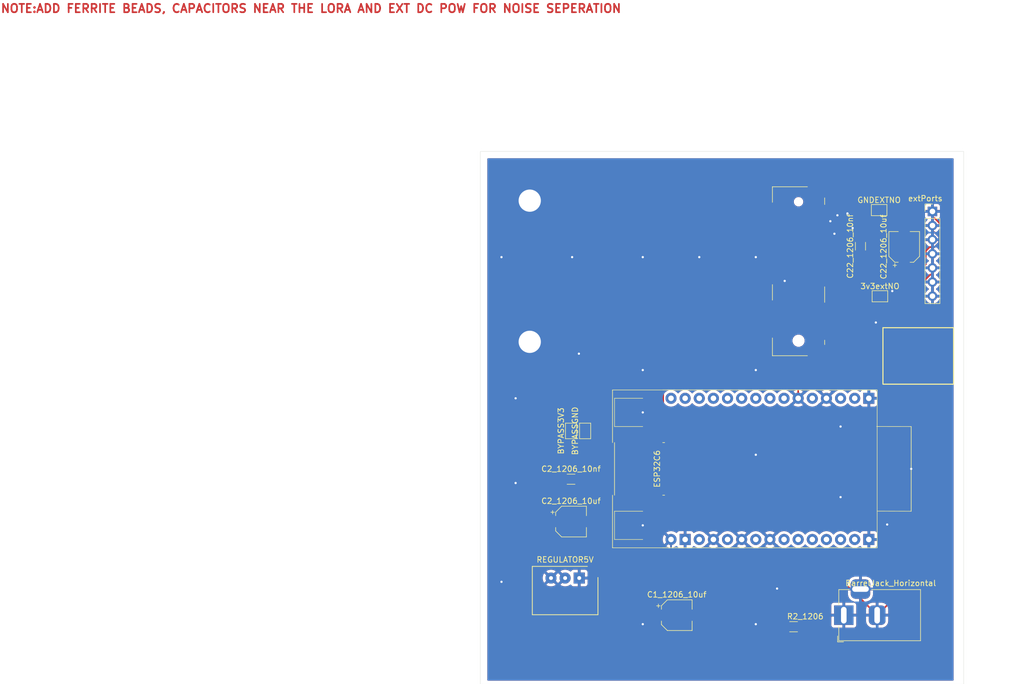
<source format=kicad_pcb>
(kicad_pcb (version 20241229) (generator "pcbnew") (generator_version "9.0")
  (layers (0 "F.Cu" signal) (2 "B.Cu" signal) (13 "F.Paste" user) (15 "B.Paste" user) (5 "F.SilkS" user "F.Silkscreen") (7 "B.SilkS" user "B.Silkscreen") (1 "F.Mask" user) (3 "B.Mask" user) (25 "Edge.Cuts" user))
  (net 0 "")
  (net 1 "GND")
  (net 2 "SDA")
  (net 3 "SCL")
  (net 4 "1PPS")
  (net 5 "DI4")
  (net 6 "DI3")
  (net 7 "3V3_2")
  (net 8 "5V_2")
  (net 9 "DI2")
  (net 10 "DI1")
  (net 11 "DI0")
  (footprint "Connector_PinHeader_2.54mm:PinHeader_1x07_P2.54mm_Vertical" (layer "F.Cu") (at 186.7 75.6)
    (property "Reference" "extPorts" (at -1.28 -2.33 0) (layer "F.SilkS"))
    (property "Value" "PinHeader_1x07_P2.54mm_Vertical")
    (fp_line (start -1.33 -1.33) (end 0 -1.33) (stroke (width 0.12)) (layer "F.SilkS"))
    (fp_line (start -1.33 0) (end -1.33 -1.33) (stroke (width 0.12)) (layer "F.SilkS"))
    (fp_line (start -1.33 1.27) (end -1.33 16.57) (stroke (width 0.12)) (layer "F.SilkS"))
    (fp_line (start -1.33 1.27) (end 1.33 1.27) (stroke (width 0.12)) (layer "F.SilkS"))
    (fp_line (start -1.33 16.57) (end 1.33 16.57) (stroke (width 0.12)) (layer "F.SilkS"))
    (fp_line (start 1.33 1.27) (end 1.33 16.57) (stroke (width 0.12)) (layer "F.SilkS"))
    (pad "1" thru_hole rect (at 0 0) (size 1.7 1.7) (drill 1) (layers "*.Cu" "*.Mask") (net 1 "GND"))
    (pad "2" thru_hole oval (at 0 2.54) (size 1.7 1.7) (drill 1) (layers "*.Cu" "*.Mask") (net 1 "GND"))
    (pad "3" thru_hole oval (at 0 5.08) (size 1.7 1.7) (drill 1) (layers "*.Cu" "*.Mask") (net 1 "GND"))
    (pad "4" thru_hole oval (at 0 7.62) (size 1.7 1.7) (drill 1) (layers "*.Cu" "*.Mask") (net 1 "GND"))
    (pad "5" thru_hole oval (at 0 10.16) (size 1.7 1.7) (drill 1) (layers "*.Cu" "*.Mask") (net 1 "GND"))
    (pad "6" thru_hole oval (at 0 12.7) (size 1.7 1.7) (drill 1) (layers "*.Cu" "*.Mask") (net 1 "GND"))
    (pad "7" thru_hole oval (at 0 15.24) (size 1.7 1.7) (drill 1) (layers "*.Cu" "*.Mask") (net 1 "GND"))
  )
  (footprint "NetTie:NetTie-2_SMD_Pad0.5mm" (layer "F.Cu") (at 176.54 72.32 -90)
    (property "Reference" "oi" (hide yes))
    (property "Value" "NetTie-2_SMD_Pad0.5mm" (hide yes))
    (fp_poly (pts (xy -0.5 -0.25) (xy 0.5 -0.25) (xy 0.5 0.25) (xy -0.5 0.25)) (fill yes) (layer "F.Cu"))
    (pad "1" smd circle (at -0.5 0 270) (size 0.5 0.5) (layers "F.Cu") (net 1 "GND"))
    (pad "2" smd circle (at 0.5 0 270) (size 0.5 0.5) (layers "F.Cu") (net 1 "GND"))
  )
  (footprint "NetTie:NetTie-2_SMD_Pad0.5mm" (layer "F.Cu") (at 176.26 151.24)
    (property "Reference" "ai" (hide yes))
    (property "Value" "NetTie-2_SMD_Pad0.5mm" (hide yes))
    (fp_poly (pts (xy -0.5 -0.25) (xy 0.5 -0.25) (xy 0.5 0.25) (xy -0.5 0.25)) (fill yes) (layer "F.Cu"))
    (pad "1" smd circle (at -0.5 0) (size 0.5 0.5) (layers "F.Cu") (net 1 "GND"))
    (pad "2" smd circle (at 0.5 0) (size 0.5 0.5) (layers "F.Cu") (net 1 "GND"))
  )
  (footprint "Jumper:SolderJumper-2_P1.3mm_Bridged_Pad1.0x1.5mm" (layer "F.Cu") (at 124.26 115.09 90)
    (property "Reference" "BYPASSGND" (at 0 -1.8 90) (layer "F.SilkS"))
    (property "Value" "SolderJumper-2_P1.3mm_Bridged_Pad1.0x1.5mm")
    (fp_poly (pts (xy -0.25 -0.3) (xy 0.25 -0.3) (xy 0.25 0.3) (xy -0.25 0.3)) (fill yes) (layer "F.Cu"))
    (fp_line (start 1.4 -1) (end 1.4 1) (stroke (width 0.12)) (layer "F.SilkS"))
    (fp_line (start -1.4 -1) (end 1.4 -1) (stroke (width 0.12)) (layer "F.SilkS"))
    (fp_line (start 1.4 1) (end -1.4 1) (stroke (width 0.12)) (layer "F.SilkS"))
    (fp_line (start -1.4 1) (end -1.4 -1) (stroke (width 0.12)) (layer "F.SilkS"))
    (pad "1" smd rect (at -0.65 0 90) (size 1 1.5) (layers "F.Cu" "F.Mask") (net 1 "GND"))
    (pad "2" smd rect (at 0.65 0 90) (size 1 1.5) (layers "F.Cu" "F.Mask") (net 1 "GND"))
  )
  (footprint "Connector_BarrelJack:BarrelJack_Horizontal" (layer "F.Cu") (at 170.76 148.24 180)
    (property "Reference" "BarrelJack_Horizontal" (at -8.45 5.75 0) (layer "F.SilkS"))
    (property "Value" "BarrelJack_Horizontal")
    (fp_line (start 1.1 -3.75) (end 1.1 -4.8) (stroke (width 0.12)) (layer "F.SilkS"))
    (fp_line (start 0.9 4.6) (end -1 4.6) (stroke (width 0.12)) (layer "F.SilkS"))
    (fp_line (start 0.9 1.9) (end 0.9 4.6) (stroke (width 0.12)) (layer "F.SilkS"))
    (fp_line (start 0.9 -4.6) (end 0.9 -2) (stroke (width 0.12)) (layer "F.SilkS"))
    (fp_line (start 0.05 -4.8) (end 1.1 -4.8) (stroke (width 0.12)) (layer "F.SilkS"))
    (fp_line (start -5 4.6) (end -13.8 4.6) (stroke (width 0.12)) (layer "F.SilkS"))
    (fp_line (start -13.8 4.6) (end -13.8 -4.6) (stroke (width 0.12)) (layer "F.SilkS"))
    (fp_line (start -13.8 -4.6) (end 0.9 -4.6) (stroke (width 0.12)) (layer "F.SilkS"))
    (pad "1" thru_hole rect (at 0 0 180) (size 3.5 3.5) (drill oval 1 3) (layers "*.Cu" "*.Mask") (net 1 "GND"))
    (pad "2" thru_hole roundrect (at -6 0 180) (size 3 3.5) (drill oval 1 3) (layers "*.Cu" "*.Mask") (net 1 "GND"))
    (pad "3" thru_hole roundrect (at -3 4.7 180) (size 3.5 3.5) (drill oval 3 1) (layers "*.Cu" "*.Mask") (net 1 "GND"))
  )
  (footprint "Jumper:SolderJumper-2_P1.3mm_Open_Pad1.0x1.5mm" (layer "F.Cu") (at 177.11 75.36)
    (property "Reference" "GNDEXTNO" (at 0 -1.8 0) (layer "F.SilkS"))
    (property "Value" "SolderJumper-2_P1.3mm_Open_Pad1.0x1.5mm")
    (fp_line (start -1.4 -1) (end 1.4 -1) (stroke (width 0.12)) (layer "F.SilkS"))
    (fp_line (start -1.4 1) (end -1.4 -1) (stroke (width 0.12)) (layer "F.SilkS"))
    (fp_line (start 1.4 -1) (end 1.4 1) (stroke (width 0.12)) (layer "F.SilkS"))
    (fp_line (start 1.4 1) (end -1.4 1) (stroke (width 0.12)) (layer "F.SilkS"))
    (pad "1" smd rect (at -0.65 0) (size 1 1.5) (layers "F.Cu" "F.Mask") (net 1 "GND"))
    (pad "2" smd rect (at 0.65 0) (size 1 1.5) (layers "F.Cu" "F.Mask") (net 1 "GND"))
  )
  (footprint "Jumper:SolderJumper-2_P1.3mm_Open_Pad1.0x1.5mm" (layer "F.Cu") (at 177.26 90.86)
    (property "Reference" "3v3extNO" (at 0 -1.8 0) (layer "F.SilkS"))
    (property "Value" "SolderJumper-2_P1.3mm_Open_Pad1.0x1.5mm")
    (fp_line (start -1.4 -1) (end 1.4 -1) (stroke (width 0.12)) (layer "F.SilkS"))
    (fp_line (start -1.4 1) (end -1.4 -1) (stroke (width 0.12)) (layer "F.SilkS"))
    (fp_line (start 1.4 -1) (end 1.4 1) (stroke (width 0.12)) (layer "F.SilkS"))
    (fp_line (start 1.4 1) (end -1.4 1) (stroke (width 0.12)) (layer "F.SilkS"))
    (pad "1" smd rect (at -0.65 0) (size 1 1.5) (layers "F.Cu" "F.Mask") (net 1 "GND"))
    (pad "2" smd rect (at 0.65 0) (size 1 1.5) (layers "F.Cu" "F.Mask") (net 1 "GND"))
  )
  (footprint "Connector_PCBEdge:BUS_PCI_Express_Mini_Dual" (layer "F.Cu") (at 162.625 86.36 90)
    (property "Reference" "BUS_PCI_Express_Mini_Dual" (hide yes))
    (property "Value" "BUS_PCI_Express_Mini_Dual")
    (fp_line (start 12.4 -4.7) (end 15.2 -4.7) (stroke (width 0.12)) (layer "F.SilkS"))
    (fp_line (start -5.2 -4.7) (end -2.4 -4.7) (stroke (width 0.12)) (layer "F.SilkS"))
    (fp_line (start -12 -4.7) (end -15.2 -4.7) (stroke (width 0.12)) (layer "F.SilkS"))
    (fp_line (start -15.2 -4.7) (end -15.2 1.6) (stroke (width 0.12)) (layer "F.SilkS"))
    (fp_line (start 15.2 1.6) (end 15.2 -4.7) (stroke (width 0.12)) (layer "F.SilkS"))
    (fp_line (start 12 4.7) (end 13.2 4.7) (stroke (width 0.12)) (layer "F.SilkS"))
    (fp_line (start -5.6 4.7) (end -2.8 4.7) (stroke (width 0.12)) (layer "F.SilkS"))
    (fp_line (start -13.2 4.7) (end -12.4 4.7) (stroke (width 0.12)) (layer "F.SilkS"))
    (pad "" np_thru_hole circle (at -12.5 0 90) (size 1.6 1.6) (drill 1.6) (layers "*.Cu" "*.Mask"))
    (pad "" np_thru_hole circle (at 12.5 0 90) (size 1.1 1.1) (drill 1.1) (layers "*.Cu" "*.Mask"))
    (pad "1" smd rect (at -11.8 4.1 90) (size 0.6 2) (layers "F.Cu" "F.Mask" "F.Paste"))
    (pad "2" smd rect (at -11.4 -4.1 90) (size 0.6 2) (layers "F.Cu" "F.Mask" "F.Paste"))
    (pad "3" smd rect (at -11 4.1 90) (size 0.6 2) (layers "F.Cu" "F.Mask" "F.Paste"))
    (pad "4" smd rect (at -10.6 -4.1 90) (size 0.6 2) (layers "F.Cu" "F.Mask" "F.Paste"))
    (pad "5" smd rect (at -10.2 4.1 90) (size 0.6 2) (layers "F.Cu" "F.Mask" "F.Paste"))
    (pad "6" smd rect (at -9.8 -4.1 90) (size 0.6 2) (layers "F.Cu" "F.Mask" "F.Paste"))
    (pad "7" smd rect (at -9.4 4.1 90) (size 0.6 2) (layers "F.Cu" "F.Mask" "F.Paste"))
    (pad "8" smd rect (at -9 -4.1 90) (size 0.6 2) (layers "F.Cu" "F.Mask" "F.Paste"))
    (pad "9" smd rect (at -8.6 4.1 90) (size 0.6 2) (layers "F.Cu" "F.Mask" "F.Paste"))
    (pad "10" smd rect (at -8.2 -4.1 90) (size 0.6 2) (layers "F.Cu" "F.Mask" "F.Paste"))
    (pad "11" smd rect (at -7.8 4.1 90) (size 0.6 2) (layers "F.Cu" "F.Mask" "F.Paste"))
    (pad "12" smd rect (at -7.4 -4.1 90) (size 0.6 2) (layers "F.Cu" "F.Mask" "F.Paste"))
    (pad "13" smd rect (at -7 4.1 90) (size 0.6 2) (layers "F.Cu" "F.Mask" "F.Paste"))
    (pad "14" smd rect (at -6.6 -4.1 90) (size 0.6 2) (layers "F.Cu" "F.Mask" "F.Paste"))
    (pad "15" smd rect (at -6.2 4.1 90) (size 0.6 2) (layers "F.Cu" "F.Mask" "F.Paste"))
    (pad "16" smd rect (at -5.8 -4.1 90) (size 0.6 2) (layers "F.Cu" "F.Mask" "F.Paste"))
    (pad "17" smd rect (at -2.2 4.1 90) (size 0.6 2) (layers "F.Cu" "F.Mask" "F.Paste"))
    (pad "18" smd rect (at -1.8 -4.1 90) (size 0.6 2) (layers "F.Cu" "F.Mask" "F.Paste"))
    (pad "19" smd rect (at -1.4 4.1 90) (size 0.6 2) (layers "F.Cu" "F.Mask" "F.Paste") (net 4 "1PPS"))
    (pad "20" smd rect (at -1 -4.1 90) (size 0.6 2) (layers "F.Cu" "F.Mask" "F.Paste"))
    (pad "21" smd rect (at -0.6 4.1 90) (size 0.6 2) (layers "F.Cu" "F.Mask" "F.Paste"))
    (pad "22" smd rect (at -0.2 -4.1 90) (size 0.6 2) (layers "F.Cu" "F.Mask" "F.Paste") (net 1 "GND"))
    (pad "23" smd rect (at 0.2 4.1 90) (size 0.6 2) (layers "F.Cu" "F.Mask" "F.Paste"))
    (pad "24" smd rect (at 0.6 -4.1 90) (size 0.6 2) (layers "F.Cu" "F.Mask" "F.Paste"))
    (pad "25" smd rect (at 1 4.1 90) (size 0.6 2) (layers "F.Cu" "F.Mask" "F.Paste"))
    (pad "26" smd rect (at 1.4 -4.1 90) (size 0.6 2) (layers "F.Cu" "F.Mask" "F.Paste"))
    (pad "27" smd rect (at 1.8 4.1 90) (size 0.6 2) (layers "F.Cu" "F.Mask" "F.Paste"))
    (pad "28" smd rect (at 2.2 -4.1 90) (size 0.6 2) (layers "F.Cu" "F.Mask" "F.Paste"))
    (pad "29" smd rect (at 2.6 4.1 90) (size 0.6 2) (layers "F.Cu" "F.Mask" "F.Paste"))
    (pad "30" smd rect (at 3 -4.1 90) (size 0.6 2) (layers "F.Cu" "F.Mask" "F.Paste") (net 3 "SCL"))
    (pad "31" smd rect (at 3.4 4.1 90) (size 0.6 2) (layers "F.Cu" "F.Mask" "F.Paste"))
    (pad "32" smd rect (at 3.8 -4.1 90) (size 0.6 2) (layers "F.Cu" "F.Mask" "F.Paste") (net 2 "SDA"))
    (pad "33" smd rect (at 4.2 4.1 90) (size 0.6 2) (layers "F.Cu" "F.Mask" "F.Paste"))
    (pad "34" smd rect (at 4.6 -4.1 90) (size 0.6 2) (layers "F.Cu" "F.Mask" "F.Paste"))
    (pad "35" smd rect (at 5 4.1 90) (size 0.6 2) (layers "F.Cu" "F.Mask" "F.Paste"))
    (pad "36" smd rect (at 5.4 -4.1 90) (size 0.6 2) (layers "F.Cu" "F.Mask" "F.Paste"))
    (pad "37" smd rect (at 5.8 4.1 90) (size 0.6 2) (layers "F.Cu" "F.Mask" "F.Paste"))
    (pad "38" smd rect (at 6.2 -4.1 90) (size 0.6 2) (layers "F.Cu" "F.Mask" "F.Paste"))
    (pad "39" smd rect (at 6.6 4.1 90) (size 0.6 2) (layers "F.Cu" "F.Mask" "F.Paste"))
    (pad "40" smd rect (at 7 -4.1 90) (size 0.6 2) (layers "F.Cu" "F.Mask" "F.Paste"))
    (pad "41" smd rect (at 7.4 4.1 90) (size 0.6 2) (layers "F.Cu" "F.Mask" "F.Paste") (net 1 "GND"))
    (pad "42" smd rect (at 7.8 -4.1 90) (size 0.6 2) (layers "F.Cu" "F.Mask" "F.Paste"))
    (pad "43" smd rect (at 8.2 4.1 90) (size 0.6 2) (layers "F.Cu" "F.Mask" "F.Paste") (net 1 "GND"))
    (pad "44" smd rect (at 8.6 -4.1 90) (size 0.6 2) (layers "F.Cu" "F.Mask" "F.Paste"))
    (pad "45" smd rect (at 9 4.1 90) (size 0.6 2) (layers "F.Cu" "F.Mask" "F.Paste") (net 1 "GND"))
    (pad "46" smd rect (at 9.4 -4.1 90) (size 0.6 2) (layers "F.Cu" "F.Mask" "F.Paste"))
    (pad "47" smd rect (at 9.8 4.1 90) (size 0.6 2) (layers "F.Cu" "F.Mask" "F.Paste") (net 1 "GND"))
    (pad "48" smd rect (at 10.2 -4.1 90) (size 0.6 2) (layers "F.Cu" "F.Mask" "F.Paste"))
    (pad "49" smd rect (at 10.6 4.1 90) (size 0.6 2) (layers "F.Cu" "F.Mask" "F.Paste") (net 1 "GND"))
    (pad "50" smd rect (at 11 -4.1 90) (size 0.6 2) (layers "F.Cu" "F.Mask" "F.Paste") (net 1 "GND"))
    (pad "51" smd rect (at 11.4 4.1 90) (size 0.6 2) (layers "F.Cu" "F.Mask" "F.Paste") (net 1 "GND"))
    (pad "52" smd rect (at 11.8 -4.1 90) (size 0.6 2) (layers "F.Cu" "F.Mask" "F.Paste"))
    (pad "MP" smd rect (at -14.65 3.5 90) (size 2.3 3.2) (layers "F.Cu" "F.Mask" "F.Paste"))
    (pad "MP" smd rect (at 14.65 3.5 90) (size 2.3 3.2) (layers "F.Cu" "F.Mask" "F.Paste"))
  )
  (footprint "Capacitor_SMD:C_1206_3216Metric" (layer "F.Cu") (at 173.76 81.86 90)
    (property "Reference" "C22_1206_10nf" (at 0 -1.85 90) (layer "F.SilkS"))
    (property "Value" "C3_1206_100nf")
    (fp_line (start -0.711252 -0.91) (end 0.711252 -0.91) (stroke (width 0.12)) (layer "F.SilkS"))
    (fp_line (start -0.711252 0.91) (end 0.711252 0.91) (stroke (width 0.12)) (layer "F.SilkS"))
    (pad "1" smd roundrect (at -1.475 0 90) (size 1.15 1.8) (layers "F.Cu" "F.Mask" "F.Paste") (roundrect_rratio 0.217391) (net 1 "GND"))
    (pad "2" smd roundrect (at 1.475 0 90) (size 1.15 1.8) (layers "F.Cu" "F.Mask" "F.Paste") (roundrect_rratio 0.217391) (net 1 "GND"))
  )
  (footprint "Capacitor_SMD:C_1206_3216Metric" (layer "F.Cu") (at 121.725 123.78)
    (property "Reference" "C2_1206_10nf" (at 0 -1.85 0) (layer "F.SilkS"))
    (property "Value" "C3_1206_100nf")
    (fp_line (start -0.711252 -0.91) (end 0.711252 -0.91) (stroke (width 0.12)) (layer "F.SilkS"))
    (fp_line (start -0.711252 0.91) (end 0.711252 0.91) (stroke (width 0.12)) (layer "F.SilkS"))
    (pad "1" smd roundrect (at -1.475 0) (size 1.15 1.8) (layers "F.Cu" "F.Mask" "F.Paste") (roundrect_rratio 0.217391) (net 1 "GND"))
    (pad "2" smd roundrect (at 1.475 0) (size 1.15 1.8) (layers "F.Cu" "F.Mask" "F.Paste") (roundrect_rratio 0.217391) (net 1 "GND"))
  )
  (footprint "Capacitor_SMD:CP_Elec_5x3" (layer "F.Cu") (at 140.735 148.24)
    (property "Reference" "C1_1206_10uf" (at 0 -3.7 0) (layer "F.SilkS"))
    (property "Value" "C1_1206_10uf")
    (fp_line (start -3.625 -1.685) (end -3 -1.685) (stroke (width 0.12)) (layer "F.SilkS"))
    (fp_line (start -3.3125 -1.9975) (end -3.3125 -1.3725) (stroke (width 0.12)) (layer "F.SilkS"))
    (fp_line (start -2.76 -1.695563) (end -2.76 -1.06) (stroke (width 0.12)) (layer "F.SilkS"))
    (fp_line (start -2.76 -1.695563) (end -1.695563 -2.76) (stroke (width 0.12)) (layer "F.SilkS"))
    (fp_line (start -2.76 1.695563) (end -2.76 1.06) (stroke (width 0.12)) (layer "F.SilkS"))
    (fp_line (start -2.76 1.695563) (end -1.695563 2.76) (stroke (width 0.12)) (layer "F.SilkS"))
    (fp_line (start -1.695563 -2.76) (end 2.76 -2.76) (stroke (width 0.12)) (layer "F.SilkS"))
    (fp_line (start -1.695563 2.76) (end 2.76 2.76) (stroke (width 0.12)) (layer "F.SilkS"))
    (fp_line (start 2.76 -2.76) (end 2.76 -1.06) (stroke (width 0.12)) (layer "F.SilkS"))
    (fp_line (start 2.76 2.76) (end 2.76 1.06) (stroke (width 0.12)) (layer "F.SilkS"))
    (pad "1" smd roundrect (at -2.2 0) (size 3 1.6) (layers "F.Cu" "F.Mask" "F.Paste") (roundrect_rratio 0.15625) (net 1 "GND"))
    (pad "2" smd roundrect (at 2.2 0) (size 3 1.6) (layers "F.Cu" "F.Mask" "F.Paste") (roundrect_rratio 0.15625) (net 1 "GND"))
  )
  (footprint "Capacitor_SMD:CP_Elec_5x3" (layer "F.Cu") (at 121.725 131.4)
    (property "Reference" "C2_1206_10uf" (at 0 -3.7 0) (layer "F.SilkS"))
    (property "Value" "C2_1206_10uf")
    (fp_line (start -3.625 -1.685) (end -3 -1.685) (stroke (width 0.12)) (layer "F.SilkS"))
    (fp_line (start -3.3125 -1.9975) (end -3.3125 -1.3725) (stroke (width 0.12)) (layer "F.SilkS"))
    (fp_line (start -2.76 -1.695563) (end -2.76 -1.06) (stroke (width 0.12)) (layer "F.SilkS"))
    (fp_line (start -2.76 -1.695563) (end -1.695563 -2.76) (stroke (width 0.12)) (layer "F.SilkS"))
    (fp_line (start -2.76 1.695563) (end -2.76 1.06) (stroke (width 0.12)) (layer "F.SilkS"))
    (fp_line (start -2.76 1.695563) (end -1.695563 2.76) (stroke (width 0.12)) (layer "F.SilkS"))
    (fp_line (start -1.695563 -2.76) (end 2.76 -2.76) (stroke (width 0.12)) (layer "F.SilkS"))
    (fp_line (start -1.695563 2.76) (end 2.76 2.76) (stroke (width 0.12)) (layer "F.SilkS"))
    (fp_line (start 2.76 -2.76) (end 2.76 -1.06) (stroke (width 0.12)) (layer "F.SilkS"))
    (fp_line (start 2.76 2.76) (end 2.76 1.06) (stroke (width 0.12)) (layer "F.SilkS"))
    (pad "1" smd roundrect (at -2.2 0) (size 3 1.6) (layers "F.Cu" "F.Mask" "F.Paste") (roundrect_rratio 0.15625) (net 1 "GND"))
    (pad "2" smd roundrect (at 2.2 0) (size 3 1.6) (layers "F.Cu" "F.Mask" "F.Paste") (roundrect_rratio 0.15625) (net 1 "GND"))
  )
  (footprint "Capacitor_SMD:CP_Elec_5x3" (layer "F.Cu") (at 181.62 81.98 90)
    (property "Reference" "C22_1206_10uf" (at 0 -3.7 90) (layer "F.SilkS"))
    (property "Value" "C2_1206_10uf")
    (fp_line (start 2.76 -2.76) (end 2.76 -1.06) (stroke (width 0.12)) (layer "F.SilkS"))
    (fp_line (start -1.695563 -2.76) (end 2.76 -2.76) (stroke (width 0.12)) (layer "F.SilkS"))
    (fp_line (start -3.3125 -1.9975) (end -3.3125 -1.3725) (stroke (width 0.12)) (layer "F.SilkS"))
    (fp_line (start -2.76 -1.695563) (end -1.695563 -2.76) (stroke (width 0.12)) (layer "F.SilkS"))
    (fp_line (start -2.76 -1.695563) (end -2.76 -1.06) (stroke (width 0.12)) (layer "F.SilkS"))
    (fp_line (start -3.625 -1.685) (end -3 -1.685) (stroke (width 0.12)) (layer "F.SilkS"))
    (fp_line (start -2.76 1.695563) (end -2.76 1.06) (stroke (width 0.12)) (layer "F.SilkS"))
    (fp_line (start -2.76 1.695563) (end -1.695563 2.76) (stroke (width 0.12)) (layer "F.SilkS"))
    (fp_line (start 2.76 2.76) (end 2.76 1.06) (stroke (width 0.12)) (layer "F.SilkS"))
    (fp_line (start -1.695563 2.76) (end 2.76 2.76) (stroke (width 0.12)) (layer "F.SilkS"))
    (pad "1" smd roundrect (at -2.2 0 90) (size 3 1.6) (layers "F.Cu" "F.Mask" "F.Paste") (roundrect_rratio 0.15625) (net 1 "GND"))
    (pad "2" smd roundrect (at 2.2 0 90) (size 3 1.6) (layers "F.Cu" "F.Mask" "F.Paste") (roundrect_rratio 0.15625) (net 1 "GND"))
  )
  (footprint "Capacitor_SMD:C_1206_3216Metric" (layer "F.Cu") (at 161.735 150.32)
    (property "Reference" "R2_1206" (at 2.105 -1.85 0) (layer "F.SilkS"))
    (property "Value" "R2_1206")
    (fp_line (start -0.711252 -0.91) (end 0.711252 -0.91) (stroke (width 0.12)) (layer "F.SilkS"))
    (fp_line (start -0.711252 0.91) (end 0.711252 0.91) (stroke (width 0.12)) (layer "F.SilkS"))
    (pad "1" smd roundrect (at -1.475 0) (size 1.15 1.8) (layers "F.Cu" "F.Mask" "F.Paste") (roundrect_rratio 0.217391) (net 1 "GND"))
    (pad "2" smd roundrect (at 1.475 0) (size 1.15 1.8) (layers "F.Cu" "F.Mask" "F.Paste") (roundrect_rratio 0.217391) (net 1 "GND"))
  )
  (footprint "Jumper:SolderJumper-2_P1.3mm_Bridged_Pad1.0x1.5mm" (layer "F.Cu") (at 121.72 115.09 90)
    (property "Reference" "BYPASS3V3" (at 0 -1.8 90) (layer "F.SilkS"))
    (property "Value" "SolderJumper-2_P1.3mm_Bridged_Pad1.0x1.5mm" (hide yes))
    (fp_poly (pts (xy -0.25 -0.3) (xy 0.25 -0.3) (xy 0.25 0.3) (xy -0.25 0.3)) (fill yes) (layer "F.Cu"))
    (fp_line (start 1.4 -1) (end 1.4 1) (stroke (width 0.12)) (layer "F.SilkS"))
    (fp_line (start -1.4 -1) (end 1.4 -1) (stroke (width 0.12)) (layer "F.SilkS"))
    (fp_line (start 1.4 1) (end -1.4 1) (stroke (width 0.12)) (layer "F.SilkS"))
    (fp_line (start -1.4 1) (end -1.4 -1) (stroke (width 0.12)) (layer "F.SilkS"))
    (pad "1" smd rect (at -0.65 0 90) (size 1 1.5) (layers "F.Cu" "F.Mask") (net 1 "GND"))
    (pad "2" smd rect (at 0.65 0 90) (size 1 1.5) (layers "F.Cu" "F.Mask") (net 1 "GND"))
  )
  (footprint "NetTie:NetTie-2_SMD_Pad0.5mm" (layer "F.Cu") (at 170.18 142.24)
    (property "Reference" "net" (hide yes))
    (property "Value" "NetTie-2_SMD_Pad0.5mm" (hide yes))
    (fp_poly (pts (xy -0.5 -0.25) (xy 0.5 -0.25) (xy 0.5 0.25) (xy -0.5 0.25)) (fill yes) (layer "F.Cu"))
    (pad "1" smd circle (at -0.5 0) (size 0.5 0.5) (layers "F.Cu") (net 1 "GND"))
    (pad "2" smd circle (at 0.5 0) (size 0.5 0.5) (layers "F.Cu") (net 1 "GND"))
  )
  (footprint "GateWayProjectLibrary:ESP32C6" (layer "F.Cu") (at 157.48 121.92)
    (property "Reference" "ESP32C6" (at -20.28 0 90) (layer "F.SilkS"))
    (property "Value" "ESP32C6")
    (fp_line (start -28.3 -14.2) (end -28.3 -4.733333) (stroke (width 0.12)) (layer "F.SilkS"))
    (fp_line (start -28.3 4.733333) (end -28.3 14.199999) (stroke (width 0.12)) (layer "F.SilkS"))
    (fp_line (start -27.94 -12.7) (end -27.94 -7.62) (stroke (width 0.1)) (layer "F.SilkS"))
    (fp_line (start -27.94 -7.62) (end -22.86 -7.62) (stroke (width 0.1)) (layer "F.SilkS"))
    (fp_line (start -27.94 -4.733333) (end -27.94 4.733333) (stroke (width 0.12)) (layer "F.SilkS"))
    (fp_line (start -27.94 7.62) (end -22.86 7.62) (stroke (width 0.1)) (layer "F.SilkS"))
    (fp_line (start -27.94 12.7) (end -27.94 7.62) (stroke (width 0.1)) (layer "F.SilkS"))
    (fp_line (start -22.86 -12.7) (end -27.94 -12.7) (stroke (width 0.1)) (layer "F.SilkS"))
    (fp_line (start -22.86 12.7) (end -27.94 12.7) (stroke (width 0.1)) (layer "F.SilkS"))
    (fp_line (start -19.28 -14.2) (end -28.3 -14.2) (stroke (width 0.1)) (layer "F.SilkS"))
    (fp_line (start -19.28 -4.733333) (end -18.92 -4.733333) (stroke (width 0.12)) (layer "F.SilkS"))
    (fp_line (start -19.28 14.199999) (end -28.3 14.199999) (stroke (width 0.1)) (layer "F.SilkS"))
    (fp_line (start -19.28 14.199999) (end 19.28 14.2) (stroke (width 0.12)) (layer "F.SilkS"))
    (fp_line (start -18.92 4.733333) (end -19.28 4.733333) (stroke (width 0.12)) (layer "F.SilkS"))
    (fp_line (start 19.28 -14.199999) (end -19.28 -14.2) (stroke (width 0.12)) (layer "F.SilkS"))
    (fp_line (start 19.28 14.2) (end 19.28 -14.199999) (stroke (width 0.1)) (layer "F.SilkS"))
    (fp_line (start 25.4 -7.62) (end 19.18 -7.63) (stroke (width 0.1)) (layer "F.SilkS"))
    (fp_line (start 25.4 7.62) (end 19.27 7.6) (stroke (width 0.1)) (layer "F.SilkS"))
    (fp_line (start 25.4 7.62) (end 25.4 -7.62) (stroke (width 0.12)) (layer "F.SilkS"))
    (pad "0" thru_hole circle (at 0 -12.7) (size 2 2) (drill 1) (layers "*.Cu" "*.Mask") (net 5 "DI4"))
    (pad "1" thru_hole circle (at -2.54 -12.7) (size 2 2) (drill 1) (layers "*.Cu" "*.Mask") (net 6 "DI3"))
    (pad "2" thru_hole circle (at 15.24 12.7) (size 2 2) (drill 1) (layers "*.Cu" "*.Mask"))
    (pad "3" thru_hole circle (at 12.7 12.7) (size 2 2) (drill 1) (layers "*.Cu" "*.Mask"))
    (pad "3V3" thru_hole circle (at 15.24 -12.7) (size 2 2) (drill 1) (layers "*.Cu" "*.Mask") (net 7 "3V3_2"))
    (pad "4" thru_hole circle (at 10.16 -12.7) (size 2 2) (drill 1) (layers "*.Cu" "*.Mask") (net 1 "GND"))
    (pad "5" thru_hole circle (at 7.62 -12.7) (size 2 2) (drill 1) (layers "*.Cu" "*.Mask"))
    (pad "5V" thru_hole circle (at -17.78 -12.7) (size 2 2) (drill 1) (layers "*.Cu" "*.Mask") (net 8 "5V_2"))
    (pad "5V" thru_hole circle (at -17.78 12.7) (size 2 2) (drill 1) (layers "*.Cu" "*.Mask") (net 1 "GND"))
    (pad "6" thru_hole circle (at 5.08 -12.7) (size 2 2) (drill 1) (layers "*.Cu" "*.Mask") (net 1 "GND"))
    (pad "7" thru_hole circle (at 2.54 -12.7) (size 2 2) (drill 1) (layers "*.Cu" "*.Mask"))
    (pad "8" thru_hole circle (at -5.08 -12.7) (size 2 2) (drill 1) (layers "*.Cu" "*.Mask") (net 9 "DI2"))
    (pad "9" thru_hole circle (at -12.7 12.7) (size 2 2) (drill 1) (layers "*.Cu" "*.Mask"))
    (pad "10" thru_hole circle (at -7.62 -12.7) (size 2 2) (drill 1) (layers "*.Cu" "*.Mask") (net 10 "DI1"))
    (pad "11" thru_hole circle (at -10.16 -12.7) (size 2 2) (drill 1) (layers "*.Cu" "*.Mask") (net 11 "DI0"))
    (pad "12" thru_hole circle (at -12.7 -12.7) (size 2 2) (drill 1) (layers "*.Cu" "*.Mask"))
    (pad "13" thru_hole circle (at -15.24 -12.7) (size 2 2) (drill 1) (layers "*.Cu" "*.Mask"))
    (pad "15" thru_hole circle (at 5.08 12.7) (size 2 2) (drill 1) (layers "*.Cu" "*.Mask"))
    (pad "18" thru_hole circle (at -10.16 12.7) (size 2 2) (drill 1) (layers "*.Cu" "*.Mask") (net 1 "GND"))
    (pad "19" thru_hole circle (at -7.62 12.7) (size 2 2) (drill 1) (layers "*.Cu" "*.Mask"))
    (pad "20" thru_hole circle (at -5.08 12.7) (size 2 2) (drill 1) (layers "*.Cu" "*.Mask") (net 1 "GND"))
    (pad "21" thru_hole circle (at -2.54 12.7) (size 2 2) (drill 1) (layers "*.Cu" "*.Mask"))
    (pad "22" thru_hole circle (at 0 12.7) (size 2 2) (drill 1) (layers "*.Cu" "*.Mask") (net 1 "GND"))
    (pad "23" thru_hole circle (at 2.54 12.7) (size 2 2) (drill 1) (layers "*.Cu" "*.Mask"))
    (pad "GND" thru_hole rect (at -15.24 12.7) (size 2 2) (drill 1) (layers "*.Cu" "*.Mask") (net 1 "GND"))
    (pad "GND" thru_hole rect (at 17.78 -12.7) (size 2 2) (drill 1) (layers "*.Cu" "*.Mask") (net 1 "GND"))
    (pad "GND" thru_hole rect (at 17.78 12.7) (size 2 2) (drill 1) (layers "*.Cu" "*.Mask") (net 1 "GND"))
    (pad "RST" thru_hole circle (at 12.7 -12.7) (size 2 2) (drill 1) (layers "*.Cu" "*.Mask"))
    (pad "RX" thru_hole circle (at 7.62 12.7) (size 2 2) (drill 1) (layers "*.Cu" "*.Mask"))
    (pad "TX" thru_hole circle (at 10.16 12.7) (size 2 2) (drill 1) (layers "*.Cu" "*.Mask"))
  )
  (footprint "Package_SIP:SIP3_11.6x8.5mm" (layer "F.Cu") (at 123.2 141.56 180)
    (property "Reference" "REGULATOR5V" (at 2.54 3.3 0) (layer "F.SilkS"))
    (property "Value" "SIP3_11.6x8.5mm")
    (fp_line (start 8.44 -6.6) (end 8.44 2.1) (stroke (width 0.15)) (layer "F.SilkS"))
    (fp_line (start -1.46 2.1) (end 8.44 2.1) (stroke (width 0.15)) (layer "F.SilkS"))
    (fp_line (start -3.36 0.1) (end -3.36 -6.6) (stroke (width 0.15)) (layer "F.SilkS"))
    (fp_line (start -3.36 -6.6) (end 8.44 -6.6) (stroke (width 0.15)) (layer "F.SilkS"))
    (pad "1" thru_hole rect (at 0 0 90) (size 2 2) (drill 0.7) (layers "*.Cu" "*.Mask") (net 1 "GND"))
    (pad "2" thru_hole circle (at 2.54 0) (size 2 2) (drill 0.7) (layers "*.Cu" "*.Mask") (net 1 "GND"))
    (pad "3" thru_hole circle (at 5.08 0 90) (size 2 2) (drill 0.7) (layers "*.Cu" "*.Mask") (net 1 "GND"))
  )
  (gr_rect (start 177.8 96.52) (end 190.5 106.68) (stroke (width 0.2)) (fill no) (layer "F.SilkS"))
  (gr_rect (start 105.42 64.8) (end 192.32 160.64) (stroke (width 0.05)) (fill no) (layer "Edge.Cuts"))
  (gr_text "NOTE:ADD FERRITE BEADS, CAPACITORS NEAR THE LORA AND EXT DC POW FOR NOISE SEPERATION" (at 19.06 39.96 0) (layer "F.Cu") (effects (font (size 1.5 1.5) (thickness 0.3) (bold yes)) (justify left bottom)))
  (gr_text "EUNJUNG MK1_1" (at 110.5 156.8 0) (layer "F.Cu") (effects (font (size 1.5 1.5) (thickness 0.3) (bold yes)) (justify left bottom)))
  (segment (start 166.725 78.16) (end 170.8662 78.16) (width 0.3) (layer "F.Cu") (net 1))
  (segment (start 176.46 77.685) (end 179.525 77.685) (width 0.3) (layer "F.Cu") (net 1))
  (segment (start 186.7 86.9617) (end 186.3265 86.9617) (width 0.3) (layer "F.Cu") (net 1))
  (segment (start 177.76 74.04) (end 176.54 72.82) (width 0.3) (layer "F.Cu") (net 1))
  (segment (start 185.4983 85.1257) (end 177.2745 93.3495) (width 0.3) (layer "F.Cu") (net 1))
  (segment (start 187.9017 80.1821) (end 187.9017 81.1926) (width 0.3) (layer "F.Cu") (net 1))
  (segment (start 158.525 75.36) (end 157.1733 75.36) (width 0.3) (layer "F.Cu") (net 1))
  (segment (start 165.3733 98.2117) (end 165.3733 76.56) (width 0.3) (layer "F.Cu") (net 1))
  (segment (start 163.3918 75.36) (end 158.525 75.36) (width 0.3) (layer "F.Cu") (net 1))
  (segment (start 178.5618 94.7264) (end 178.5618 131.928) (width 0.3) (layer "F.Cu") (net 1))
  (segment (start 172.3519 78.5828) (end 172.3519 77.9674) (width 0.3) (layer "F.Cu") (net 1))
  (segment (start 187.0614 79.3418) (end 187.9017 80.1821) (width 0.3) (layer "F.Cu") (net 1))
  (segment (start 177.2745 114.8255) (end 157.48 134.62) (width 0.3) (layer "F.Cu") (net 1))
  (segment (start 187.0755 76.8017) (end 186.7 76.8017) (width 0.3) (layer "F.Cu") (net 1))
  (segment (start 176.61 90.86) (end 176.61 91.9617) (width 0.3) (layer "F.Cu") (net 1))
  (segment (start 186.7 79.3418) (end 187.0614 79.3418) (width 0.3) (layer "F.Cu") (net 1))
  (segment (start 147.32 134.62) (end 138.2934 125.5934) (width 0.3) (layer "F.Cu") (net 1))
  (segment (start 174.6238 78.032) (end 170.9001 74.3083) (width 0.3) (layer "F.Cu") (net 1))
  (segment (start 169.3475 76.56) (end 166.725 76.56) (width 0.3) (layer "F.Cu") (net 1))
  (segment (start 139.7 134.62) (end 139.7 147.075) (width 0.3) (layer "F.Cu") (net 1))
  (segment (start 178.7617 90.6378) (end 179.4765 89.923) (width 0.3) (layer "F.Cu") (net 1))
  (segment (start 178.7617 90.86) (end 178.7617 90.6378) (width 0.3) (layer "F.Cu") (net 1))
  (segment (start 120.25 123.78) (end 119.525 124.505) (width 0.3) (layer "F.Cu") (net 1))
  (segment (start 186.7 85.76) (end 186.7 86.9617) (width 0.3) (layer "F.Cu") (net 1))
  (segment (start 139.7 147.075) (end 138.535 148.24) (width 0.3) (layer "F.Cu") (net 1))
  (segment (start 120.25 118.0617) (end 120.25 123.78) (width 0.3) (layer "F.Cu") (net 1))
  (segment (start 138.2934 125.5934) (end 138.2934 105.4399) (width 0.3) (layer "F.Cu") (net 1))
  (segment (start 121.72 102.6112) (end 123.136 101.1952) (width 0.3) (layer "F.Cu") (net 1))
  (segment (start 176.113 78.032) (end 176.46 77.685) (width 0.3) (layer "F.Cu") (net 1))
  (segment (start 176.61 86.185) (end 179.615 86.185) (width 0.3) (layer "F.Cu") (net 1))
  (segment (start 118.12 141.56) (end 119.525 140.155) (width 0.3) (layer "F.Cu") (net 1))
  (segment (start 169.9258 75.5413) (end 169.3033 75.5413) (width 0.3) (layer "F.Cu") (net 1))
  (segment (start 176.5228 95.5827) (end 176.5228 92.0489) (width 0.3) (layer "F.Cu") (net 1))
  (segment (start 157.975 86.56) (end 157.1733 86.56) (width 0.3) (layer "F.Cu") (net 1))
  (segment (start 188.4085 78.1347) (end 187.0755 76.8017) (width 0.3) (layer "F.Cu") (net 1))
  (segment (start 173.76 83.335) (end 173.76 83.2363) (width 0.3) (layer "F.Cu") (net 1))
  (segment (start 167.64 109.22) (end 169.0754 107.7846) (width 0.3) (layer "F.Cu") (net 1))
  (segment (start 157.975 86.56) (end 158.525 86.56) (width 0.3) (layer "F.Cu") (net 1))
  (segment (start 124.26 108.2733) (end 157.1733 75.36) (width 0.3) (layer "F.Cu") (net 1))
  (segment (start 173.76 83.2363) (end 169.3867 78.863) (width 0.3) (layer "F.Cu") (net 1))
  (segment (start 162.56 109.22) (end 162.56 101.025) (width 0.3) (layer "F.Cu") (net 1))
  (segment (start 186.7 79.3417) (end 186.7 79.3418) (width 0.3) (layer "F.Cu") (net 1))
  (segment (start 166.5783 150.32) (end 168.6583 148.24) (width 0.3) (layer "F.Cu") (net 1))
  (segment (start 171.98 143.54) (end 170.68 142.24) (width 0.3) (layer "F.Cu") (net 1))
  (segment (start 159.8767 86.56) (end 159.8767 87.8453) (width 0.3) (layer "F.Cu") (net 1))
  (segment (start 174.6238 78.032) (end 176.113 78.032) (width 0.3) (layer "F.Cu") (net 1))
  (segment (start 173.76 80.385) (end 174.6238 79.5212) (width 0.3) (layer "F.Cu") (net 1))
  (segment (start 166.725 78.96) (end 168.0767 78.96) (width 0.3) (layer "F.Cu") (net 1))
  (segment (start 119.525 140.155) (end 119.525 131.4) (width 0.3) (layer "F.Cu") (net 1))
  (segment (start 176.76 148.24) (end 188.4085 136.5915) (width 0.3) (layer "F.Cu") (net 1))
  (segment (start 176.5228 92.0489) (end 176.61 91.9617) (width 0.3) (layer "F.Cu") (net 1))
  (segment (start 164.4435 74.3083) (end 163.3918 75.36) (width 0.3) (layer "F.Cu") (net 1))
  (segment (start 121.72 114.44) (end 121.72 102.6112) (width 0.3) (layer "F.Cu") (net 1))
  (segment (start 160.26 150.32) (end 160.26 144.9449) (width 0.3) (layer "F.Cu") (net 1))
  (segment (start 174.6238 79.5212) (end 174.6238 78.032) (width 0.3) (layer "F.Cu") (net 1))
  (segment (start 177.2745 93.3495) (end 177.2745 114.8255) (width 0.3) (layer "F.Cu") (net 1))
  (segment (start 176.61 86.185) (end 176.61 90.86) (width 0.3) (layer "F.Cu") (net 1))
  (segment (start 187.076 82.0183) (end 186.2022 82.0183) (width 0.3) (layer "F.Cu") (net 1))
  (segment (start 166.725 74.96) (end 170.4157 74.96) (width 0.3) (layer "F.Cu") (net 1))
  (segment (start 170.76 148.24) (end 168.6583 148.24) (width 0.3) (layer "F.Cu") (net 1))
  (segment (start 173.76 83.335) (end 176.61 86.185) (width 0.3) (layer "F.Cu") (net 1))
  (segment (start 160.26 144.9449) (end 158.7679 143.4528) (width 0.3) (layer "F.Cu") (net 1))
  (segment (start 179.525 77.685) (end 181.62 79.78) (width 0.3) (layer "F.Cu") (net 1))
  (segment (start 168.3447 77.36) (end 166.725 77.36) (width 0.3) (layer "F.Cu") (net 1))
  (segment (start 166.725 76.56) (end 165.3733 76.56) (width 0.3) (layer "F.Cu") (net 1))
  (segment (start 169.3867 78.863) (end 168.1737 78.863) (width 0.3) (layer "F.Cu") (net 1))
  (segment (start 186.2022 82.0183) (end 185.4983 82.7222) (width 0.3) (layer "F.Cu") (net 1))
  (segment (start 173.76 143.54) (end 173.76 145.24) (width 0.3) (layer "F.Cu") (net 1))
  (segment (start 169.0846 75.76) (end 166.725 75.76) (width 0.3) (layer "F.Cu") (net 1))
  (segment (start 158.525 86.56) (end 159.8767 86.56) (width 0.3) (layer "F.Cu") (net 1))
  (segment (start 170.9001 74.3083) (end 164.4435 74.3083) (width 0.3) (layer "F.Cu") (net 1))
  (segment (start 172.3519 77.9674) (end 169.9258 75.5413) (width 0.3) (layer "F.Cu") (net 1))
  (segment (start 176.76 151.24) (end 176.76 148.24) (width 0.3) (layer "F.Cu") (net 1))
  (segment (start 187.9017 81.1926) (end 187.076 82.0183) (width 0.3) (layer "F.Cu") (net 1))
  (segment (start 162.56 101.025) (end 165.3733 98.2117) (width 0.3) (layer "F.Cu") (net 1))
  (segment (start 121.72 116.5917) (end 120.25 118.0617) (width 0.3) (layer "F.Cu") (net 1))
  (segment (start 119.525 124.505) (end 119.525 131.4) (width 0.3) (layer "F.Cu") (net 1))
  (segment (start 169.0754 107.7846) (end 169.0754 79.6147) (width 0.3) (layer "F.Cu") (net 1))
  (segment (start 173.76 143.54) (end 171.98 143.54) (width 0.3) (layer "F.Cu") (net 1))
  (segment (start 138.2934 105.4399) (end 157.1733 86.56) (width 0.3) (layer "F.Cu") (net 1))
  (segment (start 159.8767 87.8453) (end 160.1362 88.1048) (width 0.3) (layer "F.Cu") (net 1))
  (segment (start 169.6145 76.293) (end 169.3475 76.56) (width 0.3) (layer "F.Cu") (net 1))
  (segment (start 170.4157 74.96) (end 171.417 75.9613) (width 0.3) (layer "F.Cu") (net 1))
  (segment (start 168.1737 78.863) (end 168.0767 78.96) (width 0.3) (layer "F.Cu") (net 1))
  (segment (start 124.26 114.44) (end 124.26 108.2733) (width 0.3) (layer "F.Cu") (net 1))
  (segment (start 177.76 75.36) (end 177.76 74.04) (width 0.3) (layer "F.Cu") (net 1))
  (segment (start 179.615 86.185) (end 181.62 84.18) (width 0.3) (layer "F.Cu") (net 1))
  (segment (start 177.91 90.86) (end 178.7617 90.86) (width 0.3) (layer "F.Cu") (net 1))
  (segment (start 185.4983 82.7222) (end 185.4983 85.1257) (width 0.3) (layer "F.Cu") (net 1))
  (segment (start 121.72 115.74) (end 121.72 116.5917) (width 0.3) (layer "F.Cu") (net 1))
  (segment (start 186.7 78.14) (end 186.7 79.3417) (width 0.3) (layer "F.Cu") (net 1))
  (segment (start 169.3033 75.5413) (end 169.0846 75.76) (width 0.3) (layer "F.Cu") (net 1))
  (segment (start 188.4085 136.5915) (end 188.4085 78.1347) (width 0.3) (layer "F.Cu") (net 1))
  (segment (start 170.8662 78.16) (end 173.0912 80.385) (width 0.3) (layer "F.Cu") (net 1))
  (segment (start 186.7 75.6) (end 186.7 76.8017) (width 0.3) (layer "F.Cu") (net 1))
  (segment (start 186.3265 86.9617) (end 178.5618 94.7264) (width 0.3) (layer "F.Cu") (net 1))
  (segment (start 163.21 150.32) (end 166.5783 150.32) (width 0.3) (layer "F.Cu") (net 1))
  (segment (start 173.76 145.24) (end 176.76 148.24) (width 0.3) (layer "F.Cu") (net 1))
  (segment (start 176.46 77.685) (end 176.46 75.36) (width 0.3) (layer "F.Cu") (net 1))
  (segment (start 173.0912 80.385) (end 173.76 80.385) (width 0.3) (layer "F.Cu") (net 1))
  (via (at 170.18 114.3) (size 0.8) (drill 0.4) (layers "F.Cu" "B.Cu") (net 1))
  (via (at 160.1362 88.1048) (size 0.8) (drill 0.4) (layers "F.Cu" "B.Cu") (net 1))
  (via (at 134.62 111.76) (size 0.8) (drill 0.4) (layers "F.Cu" "B.Cu") (net 1))
  (via (at 134.62 132.08) (size 0.8) (drill 0.4) (layers "F.Cu" "B.Cu") (net 1))
  (via (at 154.94 119.38) (size 0.8) (drill 0.4) (layers "F.Cu" "B.Cu") (net 1))
  (via (at 111.76 124.46) (size 0.8) (drill 0.4) (layers "F.Cu" "B.Cu") (net 1))
  (via (at 154.94 104.14) (size 0.8) (drill 0.4) (layers "F.Cu" "B.Cu") (net 1))
  (via (at 171.417 75.9613) (size 0.8) (drill 0.4) (layers "F.Cu" "B.Cu") (net 1))
  (via (at 154.94 83.82) (size 0.8) (drill 0.4) (layers "F.Cu" "B.Cu") (net 1))
  (via (at 121.92 83.82) (size 0.8) (drill 0.4) (layers "F.Cu" "B.Cu") (net 1))
  (via (at 170.18 127) (size 0.8) (drill 0.4) (layers "F.Cu" "B.Cu") (net 1))
  (via (at 178.5618 131.928) (size 0.8) (drill 0.4) (layers "F.Cu" "B.Cu") (net 1))
  (via (at 182.88 121.92) (size 0.8) (drill 0.4) (layers "F.Cu" "B.Cu") (net 1))
  (via (at 134.62 83.82) (size 0.8) (drill 0.4) (layers "F.Cu" "B.Cu") (net 1))
  (via (at 123.136 101.1952) (size 0.8) (drill 0.4) (layers "F.Cu" "B.Cu") (net 1))
  (via (at 109.22 83.82) (size 0.8) (drill 0.4) (layers "F.Cu" "B.Cu") (net 1))
  (via (at 144.78 83.82) (size 0.8) (drill 0.4) (layers "F.Cu" "B.Cu") (net 1))
  (via (at 176.5228 95.5827) (size 0.8) (drill 0.4) (layers "F.Cu" "B.Cu") (net 1))
  (via (at 172.3519 78.5828) (size 0.8) (drill 0.4) (layers "F.Cu" "B.Cu") (net 1))
  (via (at 168.3447 77.36) (size 0.8) (drill 0.4) (layers "F.Cu" "B.Cu") (net 1))
  (via (at 179.4765 89.923) (size 0.8) (drill 0.4) (layers "F.Cu" "B.Cu") (net 1))
  (via (at 169.6145 76.293) (size 0.8) (drill 0.4) (layers "F.Cu" "B.Cu") (net 1))
  (via (at 134.62 104.14) (size 0.8) (drill 0.4) (layers "F.Cu" "B.Cu") (net 1))
  (via (at 109.22 142.24) (size 0.8) (drill 0.4) (layers "F.Cu" "B.Cu") (net 1))
  (via (at 154.94 149.86) (size 0.8) (drill 0.4) (layers "F.Cu" "B.Cu") (net 1))
  (via (at 114.3 99.06) (size 5) (drill 4) (layers "F.Cu" "B.Cu") (net 1))
  (via (at 158.7679 143.4528) (size 0.8) (drill 0.4) (layers "F.Cu" "B.Cu") (net 1))
  (via (at 114.3 73.66) (size 5) (drill 4) (layers "F.Cu" "B.Cu") (net 1))
  (via (at 134.62 149.86) (size 0.8) (drill 0.4) (layers "F.Cu" "B.Cu") (net 1))
  (via (at 169.0754 79.6147) (size 0.8) (drill 0.4) (layers "F.Cu" "B.Cu") (net 1))
  (via (at 111.76 109.22) (size 0.8) (drill 0.4) (layers "F.Cu" "B.Cu") (net 1))
  (segment (start 186.7 88.3) (end 185.4983 88.3) (width 0.3) (layer "B.Cu") (net 1))
  (segment (start 155.092 131.928) (end 178.5618 131.928) (width 0.3) (layer "B.Cu") (net 1))
  (segment (start 152.4 134.62) (end 155.092 131.928) (width 0.3) (layer "B.Cu") (net 1))
  (segment (start 186.7 82.0183) (end 187.0755 82.0183) (width 0.3) (layer "B.Cu") (net 1))
  (segment (start 158.7679 143.4528) (end 152.4463 137.1312) (width 0.3) (layer "B.Cu") (net 1))
  (segment (start 185.9985 79.41) (end 183.4265 76.838) (width 0.3) (layer "B.Cu") (net 1))
  (segment (start 172.3519 78.5828) (end 170.1073 78.5828) (width 0.3) (layer "B.Cu") (net 1))
  (segment (start 174.1351 85.76) (end 168.3236 79.9485) (width 0.3) (layer "B.Cu") (net 1))
  (segment (start 183.4011 78.5828) (end 172.3519 78.5828) (width 0.3) (layer "B.Cu") (net 1))
  (segment (start 171.417 75.9613) (end 183.3196 75.9613) (width 0.3) (layer "B.Cu") (net 1))
  (segment (start 170.9103 101.1952) (end 176.5228 95.5827) (width 0.3) (layer "B.Cu") (net 1))
  (segment (start 139.7 137.1312) (end 128.9805 137.1312) (width 0.3) (layer "B.Cu") (net 1))
  (segment (start 187.147 79.41) (end 185.9985 79.41) (width 0.3) (layer "B.Cu") (net 1))
  (segment (start 160.1362 88.1048) (end 185.3031 88.1048) (width 0.3) (layer "B.Cu") (net 1))
  (segment (start 186.7 78.14) (end 185.4983 78.14) (width 0.3) (layer "B.Cu") (net 1))
  (segment (start 187.9175 81.1763) (end 187.9175 80.1805) (width 0.3) (layer "B.Cu") (net 1))
  (segment (start 152.4463 137.1312) (end 139.7 137.1312) (width 0.3) (layer "B.Cu") (net 1))
  (segment (start 186.7 85.76) (end 174.1351 85.76) (width 0.3) (layer "B.Cu") (net 1))
  (segment (start 187.0755 82.0183) (end 187.9175 81.1763) (width 0.3) (layer "B.Cu") (net 1))
  (segment (start 128.9805 137.1312) (end 124.5517 141.56) (width 0.3) (layer "B.Cu") (net 1))
  (segment (start 187.9175 80.1805) (end 187.147 79.41) (width 0.3) (layer "B.Cu") (net 1))
  (segment (start 168.3236 77.3811) (end 168.3447 77.36) (width 0.3) (layer "B.Cu") (net 1))
  (segment (start 170.1595 76.838) (end 169.6145 76.293) (width 0.3) (layer "B.Cu") (net 1))
  (segment (start 183.3196 75.9613) (end 185.4983 78.14) (width 0.3) (layer "B.Cu") (net 1))
  (segment (start 183.4265 76.838) (end 170.1595 76.838) (width 0.3) (layer "B.Cu") (net 1))
  (segment (start 184.5813 89.923) (end 185.4983 90.84) (width 0.3) (layer "B.Cu") (net 1))
  (segment (start 168.3236 79.9485) (end 168.3236 77.3811) (width 0.3) (layer "B.Cu") (net 1))
  (segment (start 186.7 90.84) (end 185.4983 90.84) (width 0.3) (layer "B.Cu") (net 1))
  (segment (start 179.4765 89.923) (end 184.5813 89.923) (width 0.3) (layer "B.Cu") (net 1))
  (segment (start 123.136 101.1952) (end 170.9103 101.1952) (width 0.3) (layer "B.Cu") (net 1))
  (segment (start 185.4983 80.68) (end 183.4011 78.5828) (width 0.3) (layer "B.Cu") (net 1))
  (segment (start 186.7 80.68) (end 185.4983 80.68) (width 0.3) (layer "B.Cu") (net 1))
  (segment (start 186.7 83.22) (end 186.7 82.0183) (width 0.3) (layer "B.Cu") (net 1))
  (segment (start 170.1073 78.5828) (end 169.0754 79.6147) (width 0.3) (layer "B.Cu") (net 1))
  (segment (start 139.7 137.1312) (end 139.7 134.62) (width 0.3) (layer "B.Cu") (net 1))
  (segment (start 123.2 141.56) (end 124.5517 141.56) (width 0.3) (layer "B.Cu") (net 1))
  (segment (start 185.3031 88.1048) (end 185.4983 88.3) (width 0.3) (layer "B.Cu") (net 1))
  (zone (net 1) (net_name "GND") (layers "F.Cu" "B.Cu") (connect_pads (clearance 0.5)) (min_thickness 0.25) (fill yes (thermal_gap 0.5) (thermal_bridge_width 0.5) (island_removal_mode 1) (island_area_min 10))
    (polygon (pts (xy 106.68 66.04) (xy 106.68 160.02) (xy 190.5 160.02) (xy 190.5 66.04)))
  )
)
</source>
